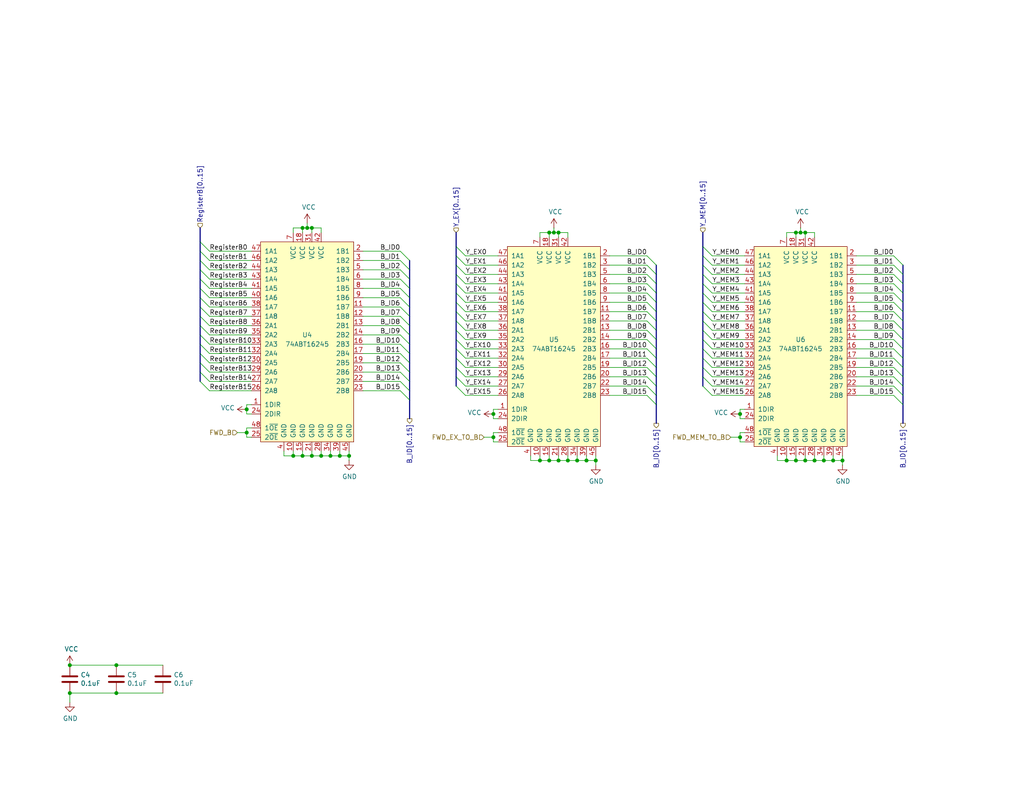
<source format=kicad_sch>
(kicad_sch (version 20250114) (generator "eeschema") (generator_version "9.0")
  (paper "USLetter")
  (title_block (date "2025-07-16") (rev "A"))
  (lib_symbols
    (symbol "Device:C" (pin_numbers (hide yes)) (pin_names (offset 0.254))
      (property "Reference" "C" (at 0.635 2.54 0))
      (property "Value" "C" (at 0.635 -2.54 0))
      (symbol "C_0_1"
        (polyline (pts (xy -2.032 0.762) (xy 2.032 0.762)) (stroke (width 0.508)))
        (polyline (pts (xy -2.032 -0.762) (xy 2.032 -0.762)) (stroke (width 0.508)))
      )
      (symbol "C_1_1"
        (pin passive line (at 0 3.81 270) (length 2.794) (name "~") (number "1"))
        (pin passive line (at 0 -3.81 90) (length 2.794) (name "~") (number "2"))
      )
    )
    (symbol "Turtle16:74ABT16245" (pin_names (offset 1.016))
      (property "Reference" "U" (at 0 1.27 0))
      (property "Value" "74ABT16245" (at 0 -1.27 0))
      (symbol "74ABT16245_0_1"
        (rectangle (start -12.7 26.67) (end 12.7 -27.94) (fill (type background)))
      )
      (symbol "74ABT16245_1_1"
        (pin tri_state line (at -15.24 24.13 0) (length 2.54) (name "1A1") (number "47"))
        (pin tri_state line (at -15.24 21.59 0) (length 2.54) (name "1A2") (number "46"))
        (pin tri_state line (at -15.24 19.05 0) (length 2.54) (name "1A3") (number "44"))
        (pin tri_state line (at -15.24 16.51 0) (length 2.54) (name "1A4") (number "43"))
        (pin tri_state line (at -15.24 13.97 0) (length 2.54) (name "1A5") (number "41"))
        (pin tri_state line (at -15.24 11.43 0) (length 2.54) (name "1A6") (number "40"))
        (pin tri_state line (at -15.24 8.89 0) (length 2.54) (name "1A7") (number "38"))
        (pin tri_state line (at -15.24 6.35 0) (length 2.54) (name "1A8") (number "37"))
        (pin tri_state line (at -15.24 3.81 0) (length 2.54) (name "2A1") (number "36"))
        (pin tri_state line (at -15.24 1.27 0) (length 2.54) (name "2A2") (number "35"))
        (pin tri_state line (at -15.24 -1.27 0) (length 2.54) (name "2A3") (number "33"))
        (pin tri_state line (at -15.24 -3.81 0) (length 2.54) (name "2A4") (number "32"))
        (pin tri_state line (at -15.24 -6.35 0) (length 2.54) (name "2A5") (number "30"))
        (pin tri_state line (at -15.24 -8.89 0) (length 2.54) (name "2A6") (number "29"))
        (pin tri_state line (at -15.24 -11.43 0) (length 2.54) (name "2A7") (number "27"))
        (pin tri_state line (at -15.24 -13.97 0) (length 2.54) (name "2A8") (number "26"))
        (pin input line (at -15.24 -17.78 0) (length 2.54) (name "1DIR") (number "1"))
        (pin input line (at -15.24 -20.32 0) (length 2.54) (name "2DIR") (number "24"))
        (pin input line (at -15.24 -24.13 0) (length 2.54) (name "1~{OE}") (number "48"))
        (pin input line (at -15.24 -26.67 0) (length 2.54) (name "2~{OE}") (number "25"))
        (pin power_in line (at -6.35 -30.48 90) (length 2.54) (name "GND") (number "4"))
        (pin power_in line (at -3.81 29.21 270) (length 2.54) (name "VCC") (number "7"))
        (pin power_in line (at -3.81 -30.48 90) (length 2.54) (name "GND") (number "10"))
        (pin power_in line (at -1.27 29.21 270) (length 2.54) (name "VCC") (number "18"))
        (pin power_in line (at -1.27 -30.48 90) (length 2.54) (name "GND") (number "15"))
        (pin power_in line (at 1.27 29.21 270) (length 2.54) (name "VCC") (number "31"))
        (pin power_in line (at 1.27 -30.48 90) (length 2.54) (name "GND") (number "21"))
        (pin power_in line (at 3.81 29.21 270) (length 2.54) (name "VCC") (number "42"))
        (pin power_in line (at 3.81 -30.48 90) (length 2.54) (name "GND") (number "28"))
        (pin power_in line (at 6.35 -30.48 90) (length 2.54) (name "GND") (number "34"))
        (pin power_in line (at 8.89 -30.48 90) (length 2.54) (name "GND") (number "39"))
        (pin power_in line (at 11.43 -30.48 90) (length 2.54) (name "GND") (number "45"))
        (pin tri_state line (at 15.24 24.13 180) (length 2.54) (name "1B1") (number "2"))
        (pin tri_state line (at 15.24 21.59 180) (length 2.54) (name "1B2") (number "3"))
        (pin tri_state line (at 15.24 19.05 180) (length 2.54) (name "1B3") (number "5"))
        (pin tri_state line (at 15.24 16.51 180) (length 2.54) (name "1B4") (number "6"))
        (pin tri_state line (at 15.24 13.97 180) (length 2.54) (name "1B5") (number "8"))
        (pin tri_state line (at 15.24 11.43 180) (length 2.54) (name "1B6") (number "9"))
        (pin tri_state line (at 15.24 8.89 180) (length 2.54) (name "1B7") (number "11"))
        (pin tri_state line (at 15.24 6.35 180) (length 2.54) (name "1B8") (number "12"))
        (pin tri_state line (at 15.24 3.81 180) (length 2.54) (name "2B1") (number "13"))
        (pin tri_state line (at 15.24 1.27 180) (length 2.54) (name "2B2") (number "14"))
        (pin tri_state line (at 15.24 -1.27 180) (length 2.54) (name "2B3") (number "16"))
        (pin tri_state line (at 15.24 -3.81 180) (length 2.54) (name "2B4") (number "17"))
        (pin tri_state line (at 15.24 -6.35 180) (length 2.54) (name "2B5") (number "19"))
        (pin tri_state line (at 15.24 -8.89 180) (length 2.54) (name "2B6") (number "20"))
        (pin tri_state line (at 15.24 -11.43 180) (length 2.54) (name "2B7") (number "22"))
        (pin tri_state line (at 15.24 -13.97 180) (length 2.54) (name "2B8") (number "23"))
      )
    )
    (symbol "power:GND" (power) (pin_numbers (hide yes)) (pin_names (offset 0) (hide yes))
      (property "Value" "GND" (at 0 -3.81 0))
      (symbol "GND_0_1"
        (polyline (pts (xy 0 0) (xy 0 -1.27) (xy 1.27 -1.27) (xy 0 -2.54) (xy -1.27 -1.27) (xy 0 -1.27)))
      )
      (symbol "GND_1_1"
        (pin power_in line (at 0 0 270) (length 0) (name "~") (number "1"))
      )
    )
    (symbol "power:VCC" (power) (pin_numbers (hide yes)) (pin_names (offset 0) (hide yes))
      (property "Value" "VCC" (at 0 3.556 0))
      (symbol "VCC_0_1"
        (polyline (pts (xy -0.762 1.27) (xy 0 2.54)))
        (polyline (pts (xy 0 2.54) (xy 0.762 1.27)))
        (polyline (pts (xy 0 0) (xy 0 2.54)))
      )
      (symbol "VCC_1_1"
        (pin power_in line (at 0 0 90) (length 0) (name "~") (number "1"))
      )
    )
  )
  (junction (at 67.31 118.11))
  (junction (at 222.25 125.73))
  (junction (at 31.75 189.23))
  (junction (at 229.87 125.73))
  (junction (at 147.32 125.73))
  (junction (at 85.09 124.46))
  (junction (at 157.48 125.73))
  (junction (at 80.01 124.46))
  (junction (at 95.25 124.46))
  (junction (at 152.4 125.73))
  (junction (at 154.94 125.73))
  (junction (at 217.17 63.5))
  (junction (at 149.86 63.5))
  (junction (at 214.63 125.73))
  (junction (at 151.13 63.5))
  (junction (at 219.71 125.73))
  (junction (at 224.79 125.73))
  (junction (at 90.17 124.46))
  (junction (at 201.93 113.03))
  (junction (at 92.71 124.46))
  (junction (at 149.86 125.73))
  (junction (at 217.17 125.73))
  (junction (at 67.31 111.76))
  (junction (at 162.56 125.73))
  (junction (at 82.55 124.46))
  (junction (at 82.55 62.23))
  (junction (at 201.93 119.38))
  (junction (at 134.62 113.03))
  (junction (at 218.44 63.5))
  (junction (at 134.62 119.38))
  (junction (at 219.71 63.5))
  (junction (at 85.09 62.23))
  (junction (at 87.63 124.46))
  (junction (at 31.75 181.61))
  (junction (at 19.05 181.61))
  (junction (at 227.33 125.73))
  (junction (at 152.4 63.5))
  (junction (at 83.82 62.23))
  (junction (at 19.05 189.23))
  (junction (at 160.02 125.73))
  (bus_entry (at 176.53 69.85) (size 2.54 2.54))
  (bus_entry (at 54.61 93.98) (size 2.54 2.54))
  (bus_entry (at 127 82.55) (size -2.54 -2.54))
  (bus_entry (at 54.61 68.58) (size 2.54 2.54))
  (bus_entry (at 109.22 106.68) (size 2.54 2.54))
  (bus_entry (at 54.61 99.06) (size 2.54 2.54))
  (bus_entry (at 243.84 74.93) (size 2.54 2.54))
  (bus_entry (at 194.31 77.47) (size -2.54 -2.54))
  (bus_entry (at 127 102.87) (size -2.54 -2.54))
  (bus_entry (at 176.53 90.17) (size 2.54 2.54))
  (bus_entry (at 243.84 87.63) (size 2.54 2.54))
  (bus_entry (at 243.84 69.85) (size 2.54 2.54))
  (bus_entry (at 194.31 74.93) (size -2.54 -2.54))
  (bus_entry (at 176.53 105.41) (size 2.54 2.54))
  (bus_entry (at 54.61 96.52) (size 2.54 2.54))
  (bus_entry (at 243.84 77.47) (size 2.54 2.54))
  (bus_entry (at 109.22 83.82) (size 2.54 2.54))
  (bus_entry (at 194.31 90.17) (size -2.54 -2.54))
  (bus_entry (at 127 85.09) (size -2.54 -2.54))
  (bus_entry (at 243.84 82.55) (size 2.54 2.54))
  (bus_entry (at 109.22 86.36) (size 2.54 2.54))
  (bus_entry (at 127 80.01) (size -2.54 -2.54))
  (bus_entry (at 194.31 85.09) (size -2.54 -2.54))
  (bus_entry (at 176.53 87.63) (size 2.54 2.54))
  (bus_entry (at 127 95.25) (size -2.54 -2.54))
  (bus_entry (at 109.22 71.12) (size 2.54 2.54))
  (bus_entry (at 54.61 71.12) (size 2.54 2.54))
  (bus_entry (at 243.84 95.25) (size 2.54 2.54))
  (bus_entry (at 194.31 87.63) (size -2.54 -2.54))
  (bus_entry (at 127 97.79) (size -2.54 -2.54))
  (bus_entry (at 194.31 95.25) (size -2.54 -2.54))
  (bus_entry (at 194.31 82.55) (size -2.54 -2.54))
  (bus_entry (at 127 92.71) (size -2.54 -2.54))
  (bus_entry (at 176.53 97.79) (size 2.54 2.54))
  (bus_entry (at 109.22 68.58) (size 2.54 2.54))
  (bus_entry (at 176.53 85.09) (size 2.54 2.54))
  (bus_entry (at 243.84 102.87) (size 2.54 2.54))
  (bus_entry (at 127 72.39) (size -2.54 -2.54))
  (bus_entry (at 243.84 97.79) (size 2.54 2.54))
  (bus_entry (at 127 69.85) (size -2.54 -2.54))
  (bus_entry (at 109.22 76.2) (size 2.54 2.54))
  (bus_entry (at 54.61 104.14) (size 2.54 2.54))
  (bus_entry (at 194.31 80.01) (size -2.54 -2.54))
  (bus_entry (at 109.22 78.74) (size 2.54 2.54))
  (bus_entry (at 243.84 107.95) (size 2.54 2.54))
  (bus_entry (at 243.84 72.39) (size 2.54 2.54))
  (bus_entry (at 194.31 107.95) (size -2.54 -2.54))
  (bus_entry (at 176.53 77.47) (size 2.54 2.54))
  (bus_entry (at 243.84 85.09) (size 2.54 2.54))
  (bus_entry (at 176.53 92.71) (size 2.54 2.54))
  (bus_entry (at 194.31 69.85) (size -2.54 -2.54))
  (bus_entry (at 194.31 100.33) (size -2.54 -2.54))
  (bus_entry (at 194.31 102.87) (size -2.54 -2.54))
  (bus_entry (at 127 77.47) (size -2.54 -2.54))
  (bus_entry (at 194.31 105.41) (size -2.54 -2.54))
  (bus_entry (at 109.22 93.98) (size 2.54 2.54))
  (bus_entry (at 109.22 101.6) (size 2.54 2.54))
  (bus_entry (at 109.22 73.66) (size 2.54 2.54))
  (bus_entry (at 243.84 92.71) (size 2.54 2.54))
  (bus_entry (at 176.53 95.25) (size 2.54 2.54))
  (bus_entry (at 194.31 97.79) (size -2.54 -2.54))
  (bus_entry (at 127 90.17) (size -2.54 -2.54))
  (bus_entry (at 109.22 81.28) (size 2.54 2.54))
  (bus_entry (at 54.61 78.74) (size 2.54 2.54))
  (bus_entry (at 54.61 91.44) (size 2.54 2.54))
  (bus_entry (at 176.53 107.95) (size 2.54 2.54))
  (bus_entry (at 176.53 80.01) (size 2.54 2.54))
  (bus_entry (at 176.53 82.55) (size 2.54 2.54))
  (bus_entry (at 194.31 92.71) (size -2.54 -2.54))
  (bus_entry (at 127 74.93) (size -2.54 -2.54))
  (bus_entry (at 109.22 96.52) (size 2.54 2.54))
  (bus_entry (at 243.84 90.17) (size 2.54 2.54))
  (bus_entry (at 54.61 83.82) (size 2.54 2.54))
  (bus_entry (at 127 100.33) (size -2.54 -2.54))
  (bus_entry (at 54.61 86.36) (size 2.54 2.54))
  (bus_entry (at 109.22 91.44) (size 2.54 2.54))
  (bus_entry (at 243.84 80.01) (size 2.54 2.54))
  (bus_entry (at 54.61 73.66) (size 2.54 2.54))
  (bus_entry (at 243.84 100.33) (size 2.54 2.54))
  (bus_entry (at 127 87.63) (size -2.54 -2.54))
  (bus_entry (at 176.53 74.93) (size 2.54 2.54))
  (bus_entry (at 109.22 99.06) (size 2.54 2.54))
  (bus_entry (at 109.22 104.14) (size 2.54 2.54))
  (bus_entry (at 127 105.41) (size -2.54 -2.54))
  (bus_entry (at 54.61 88.9) (size 2.54 2.54))
  (bus_entry (at 54.61 101.6) (size 2.54 2.54))
  (bus_entry (at 194.31 72.39) (size -2.54 -2.54))
  (bus_entry (at 176.53 100.33) (size 2.54 2.54))
  (bus_entry (at 109.22 88.9) (size 2.54 2.54))
  (bus_entry (at 127 107.95) (size -2.54 -2.54))
  (bus_entry (at 54.61 66.04) (size 2.54 2.54))
  (bus_entry (at 176.53 72.39) (size 2.54 2.54))
  (bus_entry (at 243.84 105.41) (size 2.54 2.54))
  (bus_entry (at 54.61 76.2) (size 2.54 2.54))
  (bus_entry (at 176.53 102.87) (size 2.54 2.54))
  (bus_entry (at 54.61 81.28) (size 2.54 2.54))
  (wire (pts (xy 134.62 111.76) (xy 134.62 113.03)))
  (wire (pts (xy 57.15 88.9) (xy 68.58 88.9)))
  (bus (pts (xy 179.07 74.93) (xy 179.07 77.47)))
  (bus (pts (xy 54.61 86.36) (xy 54.61 88.9)))
  (wire (pts (xy 44.45 189.23) (xy 31.75 189.23)))
  (wire (pts (xy 31.75 189.23) (xy 19.05 189.23)))
  (wire (pts (xy 201.93 119.38) (xy 199.39 119.38)))
  (wire (pts (xy 127 87.63) (xy 135.89 87.63)))
  (bus (pts (xy 111.76 93.98) (xy 111.76 96.52)))
  (wire (pts (xy 127 77.47) (xy 135.89 77.47)))
  (wire (pts (xy 217.17 124.46) (xy 217.17 125.73)))
  (wire (pts (xy 176.53 72.39) (xy 166.37 72.39)))
  (wire (pts (xy 135.89 118.11) (xy 134.62 118.11)))
  (wire (pts (xy 151.13 63.5) (xy 152.4 63.5)))
  (wire (pts (xy 149.86 124.46) (xy 149.86 125.73)))
  (wire (pts (xy 194.31 92.71) (xy 203.2 92.71)))
  (wire (pts (xy 162.56 127) (xy 162.56 125.73)))
  (wire (pts (xy 243.84 74.93) (xy 233.68 74.93)))
  (bus (pts (xy 124.46 87.63) (xy 124.46 90.17)))
  (bus (pts (xy 179.07 72.39) (xy 179.07 74.93)))
  (wire (pts (xy 229.87 127) (xy 229.87 125.73)))
  (bus (pts (xy 179.07 80.01) (xy 179.07 82.55)))
  (wire (pts (xy 214.63 124.46) (xy 214.63 125.73)))
  (bus (pts (xy 179.07 87.63) (xy 179.07 90.17)))
  (bus (pts (xy 124.46 92.71) (xy 124.46 95.25)))
  (bus (pts (xy 124.46 67.31) (xy 124.46 69.85)))
  (wire (pts (xy 109.22 101.6) (xy 99.06 101.6)))
  (wire (pts (xy 243.84 85.09) (xy 233.68 85.09)))
  (bus (pts (xy 179.07 97.79) (xy 179.07 100.33)))
  (wire (pts (xy 194.31 82.55) (xy 203.2 82.55)))
  (wire (pts (xy 68.58 110.49) (xy 67.31 110.49)))
  (bus (pts (xy 111.76 86.36) (xy 111.76 88.9)))
  (wire (pts (xy 95.25 124.46) (xy 95.25 123.19)))
  (wire (pts (xy 201.93 120.65) (xy 203.2 120.65)))
  (wire (pts (xy 243.84 72.39) (xy 233.68 72.39)))
  (wire (pts (xy 157.48 125.73) (xy 154.94 125.73)))
  (bus (pts (xy 246.38 105.41) (xy 246.38 107.95)))
  (wire (pts (xy 176.53 85.09) (xy 166.37 85.09)))
  (bus (pts (xy 179.07 100.33) (xy 179.07 102.87)))
  (bus (pts (xy 191.77 80.01) (xy 191.77 82.55)))
  (wire (pts (xy 90.17 124.46) (xy 87.63 124.46)))
  (wire (pts (xy 243.84 100.33) (xy 233.68 100.33)))
  (wire (pts (xy 80.01 124.46) (xy 82.55 124.46)))
  (wire (pts (xy 243.84 69.85) (xy 233.68 69.85)))
  (wire (pts (xy 218.44 62.23) (xy 218.44 63.5)))
  (wire (pts (xy 176.53 97.79) (xy 166.37 97.79)))
  (wire (pts (xy 82.55 63.5) (xy 82.55 62.23)))
  (bus (pts (xy 124.46 69.85) (xy 124.46 72.39)))
  (wire (pts (xy 109.22 73.66) (xy 99.06 73.66)))
  (wire (pts (xy 57.15 99.06) (xy 68.58 99.06)))
  (wire (pts (xy 154.94 63.5) (xy 154.94 64.77)))
  (wire (pts (xy 243.84 77.47) (xy 233.68 77.47)))
  (wire (pts (xy 57.15 68.58) (xy 68.58 68.58)))
  (wire (pts (xy 152.4 125.73) (xy 152.4 124.46)))
  (wire (pts (xy 82.55 124.46) (xy 85.09 124.46)))
  (wire (pts (xy 85.09 124.46) (xy 85.09 123.19)))
  (wire (pts (xy 160.02 125.73) (xy 162.56 125.73)))
  (wire (pts (xy 218.44 63.5) (xy 219.71 63.5)))
  (bus (pts (xy 191.77 69.85) (xy 191.77 72.39)))
  (wire (pts (xy 77.47 123.19) (xy 77.47 124.46)))
  (wire (pts (xy 176.53 87.63) (xy 166.37 87.63)))
  (wire (pts (xy 85.09 62.23) (xy 87.63 62.23)))
  (wire (pts (xy 127 90.17) (xy 135.89 90.17)))
  (wire (pts (xy 19.05 191.77) (xy 19.05 189.23)))
  (wire (pts (xy 154.94 125.73) (xy 154.94 124.46)))
  (wire (pts (xy 57.15 93.98) (xy 68.58 93.98)))
  (wire (pts (xy 217.17 125.73) (xy 219.71 125.73)))
  (bus (pts (xy 111.76 88.9) (xy 111.76 91.44)))
  (wire (pts (xy 83.82 62.23) (xy 85.09 62.23)))
  (wire (pts (xy 57.15 71.12) (xy 68.58 71.12)))
  (wire (pts (xy 127 72.39) (xy 135.89 72.39)))
  (wire (pts (xy 109.22 83.82) (xy 99.06 83.82)))
  (wire (pts (xy 194.31 74.93) (xy 203.2 74.93)))
  (bus (pts (xy 246.38 97.79) (xy 246.38 100.33)))
  (bus (pts (xy 111.76 83.82) (xy 111.76 86.36)))
  (wire (pts (xy 222.25 125.73) (xy 222.25 124.46)))
  (wire (pts (xy 201.93 119.38) (xy 201.93 120.65)))
  (wire (pts (xy 67.31 113.03) (xy 68.58 113.03)))
  (wire (pts (xy 67.31 118.11) (xy 67.31 119.38)))
  (wire (pts (xy 201.93 113.03) (xy 201.93 114.3)))
  (wire (pts (xy 134.62 120.65) (xy 135.89 120.65)))
  (wire (pts (xy 243.84 97.79) (xy 233.68 97.79)))
  (wire (pts (xy 201.93 111.76) (xy 201.93 113.03)))
  (bus (pts (xy 111.76 96.52) (xy 111.76 99.06)))
  (wire (pts (xy 83.82 60.96) (xy 83.82 62.23)))
  (wire (pts (xy 194.31 90.17) (xy 203.2 90.17)))
  (wire (pts (xy 134.62 114.3) (xy 135.89 114.3)))
  (wire (pts (xy 57.15 96.52) (xy 68.58 96.52)))
  (bus (pts (xy 246.38 110.49) (xy 246.38 115.57)))
  (wire (pts (xy 154.94 125.73) (xy 152.4 125.73)))
  (bus (pts (xy 54.61 88.9) (xy 54.61 91.44)))
  (wire (pts (xy 194.31 107.95) (xy 203.2 107.95)))
  (bus (pts (xy 246.38 92.71) (xy 246.38 95.25)))
  (wire (pts (xy 194.31 87.63) (xy 203.2 87.63)))
  (wire (pts (xy 127 74.93) (xy 135.89 74.93)))
  (wire (pts (xy 243.84 105.41) (xy 233.68 105.41)))
  (bus (pts (xy 124.46 63.5) (xy 124.46 67.31)))
  (wire (pts (xy 127 82.55) (xy 135.89 82.55)))
  (bus (pts (xy 124.46 80.01) (xy 124.46 82.55)))
  (wire (pts (xy 57.15 106.68) (xy 68.58 106.68)))
  (bus (pts (xy 54.61 81.28) (xy 54.61 83.82)))
  (wire (pts (xy 194.31 69.85) (xy 203.2 69.85)))
  (wire (pts (xy 127 80.01) (xy 135.89 80.01)))
  (wire (pts (xy 134.62 113.03) (xy 134.62 114.3)))
  (bus (pts (xy 111.76 109.22) (xy 111.76 114.3)))
  (bus (pts (xy 246.38 72.39) (xy 246.38 74.93)))
  (wire (pts (xy 67.31 111.76) (xy 67.31 113.03)))
  (wire (pts (xy 176.53 80.01) (xy 166.37 80.01)))
  (bus (pts (xy 246.38 95.25) (xy 246.38 97.79)))
  (bus (pts (xy 246.38 85.09) (xy 246.38 87.63)))
  (bus (pts (xy 179.07 95.25) (xy 179.07 97.79)))
  (wire (pts (xy 149.86 125.73) (xy 152.4 125.73)))
  (bus (pts (xy 54.61 62.23) (xy 54.61 66.04)))
  (wire (pts (xy 57.15 91.44) (xy 68.58 91.44)))
  (wire (pts (xy 57.15 101.6) (xy 68.58 101.6)))
  (bus (pts (xy 111.76 73.66) (xy 111.76 76.2)))
  (wire (pts (xy 194.31 100.33) (xy 203.2 100.33)))
  (wire (pts (xy 109.22 99.06) (xy 99.06 99.06)))
  (wire (pts (xy 109.22 81.28) (xy 99.06 81.28)))
  (bus (pts (xy 124.46 77.47) (xy 124.46 80.01)))
  (wire (pts (xy 147.32 63.5) (xy 149.86 63.5)))
  (wire (pts (xy 243.84 90.17) (xy 233.68 90.17)))
  (bus (pts (xy 111.76 91.44) (xy 111.76 93.98)))
  (wire (pts (xy 57.15 86.36) (xy 68.58 86.36)))
  (wire (pts (xy 176.53 90.17) (xy 166.37 90.17)))
  (bus (pts (xy 246.38 77.47) (xy 246.38 80.01)))
  (bus (pts (xy 191.77 67.31) (xy 191.77 69.85)))
  (bus (pts (xy 179.07 105.41) (xy 179.07 107.95)))
  (wire (pts (xy 109.22 76.2) (xy 99.06 76.2)))
  (bus (pts (xy 191.77 72.39) (xy 191.77 74.93)))
  (bus (pts (xy 54.61 96.52) (xy 54.61 99.06)))
  (bus (pts (xy 191.77 77.47) (xy 191.77 80.01)))
  (wire (pts (xy 109.22 86.36) (xy 99.06 86.36)))
  (wire (pts (xy 162.56 125.73) (xy 162.56 124.46)))
  (wire (pts (xy 176.53 82.55) (xy 166.37 82.55)))
  (wire (pts (xy 203.2 118.11) (xy 201.93 118.11)))
  (wire (pts (xy 243.84 82.55) (xy 233.68 82.55)))
  (bus (pts (xy 54.61 83.82) (xy 54.61 86.36)))
  (wire (pts (xy 201.93 114.3) (xy 203.2 114.3)))
  (wire (pts (xy 127 97.79) (xy 135.89 97.79)))
  (bus (pts (xy 246.38 90.17) (xy 246.38 92.71)))
  (wire (pts (xy 222.25 63.5) (xy 222.25 64.77)))
  (wire (pts (xy 147.32 125.73) (xy 149.86 125.73)))
  (wire (pts (xy 127 100.33) (xy 135.89 100.33)))
  (wire (pts (xy 109.22 93.98) (xy 99.06 93.98)))
  (wire (pts (xy 224.79 125.73) (xy 224.79 124.46)))
  (wire (pts (xy 157.48 125.73) (xy 160.02 125.73)))
  (bus (pts (xy 124.46 82.55) (xy 124.46 85.09)))
  (wire (pts (xy 147.32 64.77) (xy 147.32 63.5)))
  (wire (pts (xy 176.53 100.33) (xy 166.37 100.33)))
  (wire (pts (xy 135.89 111.76) (xy 134.62 111.76)))
  (wire (pts (xy 82.55 62.23) (xy 83.82 62.23)))
  (wire (pts (xy 77.47 124.46) (xy 80.01 124.46)))
  (wire (pts (xy 67.31 116.84) (xy 67.31 118.11)))
  (wire (pts (xy 176.53 92.71) (xy 166.37 92.71)))
  (wire (pts (xy 147.32 124.46) (xy 147.32 125.73)))
  (wire (pts (xy 127 92.71) (xy 135.89 92.71)))
  (wire (pts (xy 194.31 72.39) (xy 203.2 72.39)))
  (bus (pts (xy 124.46 102.87) (xy 124.46 105.41)))
  (wire (pts (xy 144.78 124.46) (xy 144.78 125.73)))
  (bus (pts (xy 246.38 80.01) (xy 246.38 82.55)))
  (wire (pts (xy 87.63 124.46) (xy 87.63 123.19)))
  (wire (pts (xy 92.71 124.46) (xy 92.71 123.19)))
  (wire (pts (xy 67.31 118.11) (xy 64.77 118.11)))
  (bus (pts (xy 111.76 106.68) (xy 111.76 109.22)))
  (wire (pts (xy 194.31 85.09) (xy 203.2 85.09)))
  (bus (pts (xy 111.76 71.12) (xy 111.76 73.66)))
  (bus (pts (xy 124.46 90.17) (xy 124.46 92.71)))
  (wire (pts (xy 57.15 104.14) (xy 68.58 104.14)))
  (wire (pts (xy 194.31 105.41) (xy 203.2 105.41)))
  (bus (pts (xy 246.38 74.93) (xy 246.38 77.47)))
  (bus (pts (xy 246.38 82.55) (xy 246.38 85.09)))
  (bus (pts (xy 124.46 74.93) (xy 124.46 77.47)))
  (bus (pts (xy 179.07 82.55) (xy 179.07 85.09)))
  (bus (pts (xy 111.76 99.06) (xy 111.76 101.6)))
  (wire (pts (xy 212.09 125.73) (xy 214.63 125.73)))
  (wire (pts (xy 176.53 69.85) (xy 166.37 69.85)))
  (wire (pts (xy 95.25 125.73) (xy 95.25 124.46)))
  (wire (pts (xy 227.33 125.73) (xy 227.33 124.46)))
  (wire (pts (xy 127 107.95) (xy 135.89 107.95)))
  (wire (pts (xy 144.78 125.73) (xy 147.32 125.73)))
  (bus (pts (xy 54.61 99.06) (xy 54.61 101.6)))
  (wire (pts (xy 57.15 78.74) (xy 68.58 78.74)))
  (wire (pts (xy 214.63 125.73) (xy 217.17 125.73)))
  (bus (pts (xy 111.76 76.2) (xy 111.76 78.74)))
  (wire (pts (xy 134.62 119.38) (xy 132.08 119.38)))
  (wire (pts (xy 134.62 118.11) (xy 134.62 119.38)))
  (bus (pts (xy 111.76 81.28) (xy 111.76 83.82)))
  (bus (pts (xy 191.77 102.87) (xy 191.77 105.41)))
  (bus (pts (xy 191.77 85.09) (xy 191.77 87.63)))
  (wire (pts (xy 176.53 95.25) (xy 166.37 95.25)))
  (wire (pts (xy 109.22 68.58) (xy 99.06 68.58)))
  (wire (pts (xy 152.4 64.77) (xy 152.4 63.5)))
  (bus (pts (xy 191.77 92.71) (xy 191.77 95.25)))
  (wire (pts (xy 194.31 102.87) (xy 203.2 102.87)))
  (bus (pts (xy 54.61 71.12) (xy 54.61 73.66)))
  (bus (pts (xy 54.61 66.04) (xy 54.61 68.58)))
  (wire (pts (xy 243.84 87.63) (xy 233.68 87.63)))
  (wire (pts (xy 176.53 107.95) (xy 166.37 107.95)))
  (wire (pts (xy 134.62 119.38) (xy 134.62 120.65)))
  (bus (pts (xy 54.61 91.44) (xy 54.61 93.98)))
  (bus (pts (xy 111.76 104.14) (xy 111.76 106.68)))
  (bus (pts (xy 191.77 100.33) (xy 191.77 102.87)))
  (bus (pts (xy 191.77 95.25) (xy 191.77 97.79)))
  (bus (pts (xy 54.61 93.98) (xy 54.61 96.52)))
  (bus (pts (xy 191.77 63.5) (xy 191.77 67.31)))
  (bus (pts (xy 179.07 102.87) (xy 179.07 105.41)))
  (bus (pts (xy 124.46 95.25) (xy 124.46 97.79)))
  (wire (pts (xy 67.31 110.49) (xy 67.31 111.76)))
  (wire (pts (xy 152.4 63.5) (xy 154.94 63.5)))
  (bus (pts (xy 179.07 92.71) (xy 179.07 95.25)))
  (wire (pts (xy 243.84 107.95) (xy 233.68 107.95)))
  (wire (pts (xy 243.84 95.25) (xy 233.68 95.25)))
  (bus (pts (xy 124.46 85.09) (xy 124.46 87.63)))
  (wire (pts (xy 194.31 77.47) (xy 203.2 77.47)))
  (bus (pts (xy 54.61 101.6) (xy 54.61 104.14)))
  (bus (pts (xy 246.38 107.95) (xy 246.38 110.49)))
  (bus (pts (xy 111.76 101.6) (xy 111.76 104.14)))
  (wire (pts (xy 67.31 119.38) (xy 68.58 119.38)))
  (wire (pts (xy 127 102.87) (xy 135.89 102.87)))
  (bus (pts (xy 246.38 100.33) (xy 246.38 102.87)))
  (wire (pts (xy 214.63 64.77) (xy 214.63 63.5)))
  (wire (pts (xy 87.63 124.46) (xy 85.09 124.46)))
  (wire (pts (xy 219.71 63.5) (xy 222.25 63.5)))
  (wire (pts (xy 227.33 125.73) (xy 229.87 125.73)))
  (wire (pts (xy 176.53 102.87) (xy 166.37 102.87)))
  (wire (pts (xy 57.15 76.2) (xy 68.58 76.2)))
  (wire (pts (xy 19.05 181.61) (xy 31.75 181.61)))
  (wire (pts (xy 151.13 62.23) (xy 151.13 63.5)))
  (wire (pts (xy 109.22 88.9) (xy 99.06 88.9)))
  (wire (pts (xy 194.31 97.79) (xy 203.2 97.79)))
  (wire (pts (xy 176.53 77.47) (xy 166.37 77.47)))
  (wire (pts (xy 194.31 80.01) (xy 203.2 80.01)))
  (wire (pts (xy 57.15 81.28) (xy 68.58 81.28)))
  (bus (pts (xy 124.46 72.39) (xy 124.46 74.93)))
  (wire (pts (xy 149.86 63.5) (xy 151.13 63.5)))
  (wire (pts (xy 92.71 124.46) (xy 95.25 124.46)))
  (wire (pts (xy 224.79 125.73) (xy 227.33 125.73)))
  (bus (pts (xy 191.77 74.93) (xy 191.77 77.47)))
  (bus (pts (xy 191.77 90.17) (xy 191.77 92.71)))
  (wire (pts (xy 80.01 62.23) (xy 82.55 62.23)))
  (wire (pts (xy 109.22 91.44) (xy 99.06 91.44)))
  (wire (pts (xy 82.55 123.19) (xy 82.55 124.46)))
  (wire (pts (xy 149.86 64.77) (xy 149.86 63.5)))
  (wire (pts (xy 219.71 125.73) (xy 219.71 124.46)))
  (wire (pts (xy 85.09 63.5) (xy 85.09 62.23)))
  (wire (pts (xy 127 69.85) (xy 135.89 69.85)))
  (wire (pts (xy 217.17 64.77) (xy 217.17 63.5)))
  (wire (pts (xy 109.22 71.12) (xy 99.06 71.12)))
  (wire (pts (xy 224.79 125.73) (xy 222.25 125.73)))
  (wire (pts (xy 243.84 92.71) (xy 233.68 92.71)))
  (bus (pts (xy 246.38 87.63) (xy 246.38 90.17)))
  (wire (pts (xy 222.25 125.73) (xy 219.71 125.73)))
  (wire (pts (xy 127 85.09) (xy 135.89 85.09)))
  (bus (pts (xy 124.46 100.33) (xy 124.46 102.87)))
  (bus (pts (xy 246.38 102.87) (xy 246.38 105.41)))
  (wire (pts (xy 176.53 74.93) (xy 166.37 74.93)))
  (wire (pts (xy 160.02 125.73) (xy 160.02 124.46)))
  (wire (pts (xy 203.2 111.76) (xy 201.93 111.76)))
  (bus (pts (xy 124.46 97.79) (xy 124.46 100.33)))
  (bus (pts (xy 179.07 90.17) (xy 179.07 92.71)))
  (wire (pts (xy 219.71 64.77) (xy 219.71 63.5)))
  (wire (pts (xy 201.93 118.11) (xy 201.93 119.38)))
  (wire (pts (xy 109.22 104.14) (xy 99.06 104.14)))
  (wire (pts (xy 127 105.41) (xy 135.89 105.41)))
  (wire (pts (xy 68.58 116.84) (xy 67.31 116.84)))
  (bus (pts (xy 111.76 78.74) (xy 111.76 81.28)))
  (wire (pts (xy 31.75 181.61) (xy 44.45 181.61)))
  (bus (pts (xy 54.61 78.74) (xy 54.61 81.28)))
  (wire (pts (xy 90.17 124.46) (xy 90.17 123.19)))
  (bus (pts (xy 54.61 76.2) (xy 54.61 78.74)))
  (bus (pts (xy 54.61 68.58) (xy 54.61 71.12)))
  (wire (pts (xy 109.22 78.74) (xy 99.06 78.74)))
  (wire (pts (xy 80.01 123.19) (xy 80.01 124.46)))
  (bus (pts (xy 179.07 110.49) (xy 179.07 115.57)))
  (wire (pts (xy 157.48 125.73) (xy 157.48 124.46)))
  (bus (pts (xy 191.77 87.63) (xy 191.77 90.17)))
  (bus (pts (xy 179.07 77.47) (xy 179.07 80.01)))
  (wire (pts (xy 90.17 124.46) (xy 92.71 124.46)))
  (wire (pts (xy 80.01 63.5) (xy 80.01 62.23)))
  (bus (pts (xy 54.61 73.66) (xy 54.61 76.2)))
  (wire (pts (xy 57.15 83.82) (xy 68.58 83.82)))
  (wire (pts (xy 57.15 73.66) (xy 68.58 73.66)))
  (bus (pts (xy 191.77 82.55) (xy 191.77 85.09)))
  (wire (pts (xy 109.22 96.52) (xy 99.06 96.52)))
  (bus (pts (xy 191.77 97.79) (xy 191.77 100.33)))
  (wire (pts (xy 243.84 102.87) (xy 233.68 102.87)))
  (wire (pts (xy 212.09 124.46) (xy 212.09 125.73)))
  (wire (pts (xy 217.17 63.5) (xy 218.44 63.5)))
  (wire (pts (xy 194.31 95.25) (xy 203.2 95.25)))
  (wire (pts (xy 109.22 106.68) (xy 99.06 106.68)))
  (wire (pts (xy 127 95.25) (xy 135.89 95.25)))
  (bus (pts (xy 179.07 107.95) (xy 179.07 110.49)))
  (wire (pts (xy 176.53 105.41) (xy 166.37 105.41)))
  (bus (pts (xy 179.07 85.09) (xy 179.07 87.63)))
  (wire (pts (xy 87.63 62.23) (xy 87.63 63.5)))
  (wire (pts (xy 214.63 63.5) (xy 217.17 63.5)))
  (wire (pts (xy 243.84 80.01) (xy 233.68 80.01)))
  (wire (pts (xy 229.87 125.73) (xy 229.87 124.46)))
  (label "Y_MEM11" (at 194.31 97.79 0))
  (label "B_ID15" (at 243.84 107.95 180))
  (label "Y_EX1" (at 127 72.39 0))
  (label "Y_MEM15" (at 194.31 107.95 0))
  (label "B_ID2" (at 176.53 74.93 180))
  (label "Y_EX12" (at 127 100.33 0))
  (label "Y_MEM3" (at 194.31 77.47 0))
  (label "Y_MEM0" (at 194.31 69.85 0))
  (label "B_ID5" (at 243.84 82.55 180))
  (label "Y_MEM2" (at 194.31 74.93 0))
  (label "RegisterB11" (at 57.15 96.52 0))
  (label "Y_EX9" (at 127 92.71 0))
  (label "Y_MEM8" (at 194.31 90.17 0))
  (label "B_ID9" (at 109.22 91.44 180))
  (label "RegisterB1" (at 57.15 71.12 0))
  (label "RegisterB13" (at 57.15 101.6 0))
  (label "B_ID4" (at 176.53 80.01 180))
  (label "B_ID6" (at 176.53 85.09 180))
  (label "Y_MEM4" (at 194.31 80.01 0))
  (label "B_ID14" (at 176.53 105.41 180))
  (label "Y_EX15" (at 127 107.95 0))
  (label "RegisterB2" (at 57.15 73.66 0))
  (label "B_ID9" (at 243.84 92.71 180))
  (label "RegisterB15" (at 57.15 106.68 0))
  (label "B_ID14" (at 109.22 104.14 180))
  (label "RegisterB7" (at 57.15 86.36 0))
  (label "B_ID11" (at 109.22 96.52 180))
  (label "B_ID9" (at 176.53 92.71 180))
  (label "B_ID12" (at 109.22 99.06 180))
  (label "B_ID3" (at 109.22 76.2 180))
  (label "B_ID10" (at 176.53 95.25 180))
  (label "RegisterB10" (at 57.15 93.98 0))
  (label "Y_EX10" (at 127 95.25 0))
  (label "B_ID12" (at 176.53 100.33 180))
  (label "Y_EX14" (at 127 105.41 0))
  (label "B_ID8" (at 109.22 88.9 180))
  (label "Y_EX0" (at 127 69.85 0))
  (label "Y_MEM6" (at 194.31 85.09 0))
  (label "B_ID13" (at 243.84 102.87 180))
  (label "Y_MEM7" (at 194.31 87.63 0))
  (label "B_ID7" (at 176.53 87.63 180))
  (label "Y_EX8" (at 127 90.17 0))
  (label "Y_EX13" (at 127 102.87 0))
  (label "B_ID4" (at 243.84 80.01 180))
  (label "B_ID15" (at 109.22 106.68 180))
  (label "B_ID1" (at 109.22 71.12 180))
  (label "Y_MEM1" (at 194.31 72.39 0))
  (label "B_ID13" (at 109.22 101.6 180))
  (label "RegisterB5" (at 57.15 81.28 0))
  (label "B_ID5" (at 176.53 82.55 180))
  (label "B_ID6" (at 243.84 85.09 180))
  (label "RegisterB14" (at 57.15 104.14 0))
  (label "B_ID10" (at 243.84 95.25 180))
  (label "RegisterB3" (at 57.15 76.2 0))
  (label "B_ID8" (at 176.53 90.17 180))
  (label "Y_MEM10" (at 194.31 95.25 0))
  (label "B_ID15" (at 176.53 107.95 180))
  (label "Y_MEM5" (at 194.31 82.55 0))
  (label "Y_MEM12" (at 194.31 100.33 0))
  (label "B_ID4" (at 109.22 78.74 180))
  (label "B_ID10" (at 109.22 93.98 180))
  (label "Y_EX2" (at 127 74.93 0))
  (label "Y_EX7" (at 127 87.63 0))
  (label "B_ID11" (at 176.53 97.79 180))
  (label "B_ID14" (at 243.84 105.41 180))
  (label "B_ID0" (at 176.53 69.85 180))
  (label "B_ID12" (at 243.84 100.33 180))
  (label "RegisterB0" (at 57.15 68.58 0))
  (label "RegisterB4" (at 57.15 78.74 0))
  (label "RegisterB9" (at 57.15 91.44 0))
  (label "B_ID8" (at 243.84 90.17 180))
  (label "Y_EX4" (at 127 80.01 0))
  (label "Y_EX3" (at 127 77.47 0))
  (label "B_ID1" (at 176.53 72.39 180))
  (label "B_ID0" (at 243.84 69.85 180))
  (label "RegisterB12" (at 57.15 99.06 0))
  (label "B_ID2" (at 109.22 73.66 180))
  (label "Y_MEM13" (at 194.31 102.87 0))
  (label "Y_EX6" (at 127 85.09 0))
  (label "B_ID2" (at 243.84 74.93 180))
  (label "B_ID7" (at 243.84 87.63 180))
  (label "B_ID6" (at 109.22 83.82 180))
  (label "B_ID1" (at 243.84 72.39 180))
  (label "B_ID3" (at 243.84 77.47 180))
  (label "B_ID7" (at 109.22 86.36 180))
  (label "Y_EX5" (at 127 82.55 0))
  (label "B_ID5" (at 109.22 81.28 180))
  (label "Y_EX11" (at 127 97.79 0))
  (label "Y_MEM14" (at 194.31 105.41 0))
  (label "B_ID11" (at 243.84 97.79 180))
  (label "RegisterB6" (at 57.15 83.82 0))
  (label "RegisterB8" (at 57.15 88.9 0))
  (label "B_ID13" (at 176.53 102.87 180))
  (label "B_ID0" (at 109.22 68.58 180))
  (label "Y_MEM9" (at 194.31 92.71 0))
  (label "B_ID3" (at 176.53 77.47 180))
  (hierarchical_label "FWD_B" (shape input) (at 64.77 118.11 180))
  (hierarchical_label "RegisterB[0..15]" (shape input) (at 54.61 62.23 90))
  (hierarchical_label "FWD_EX_TO_B" (shape input) (at 132.08 119.38 180))
  (hierarchical_label "Y_MEM[0..15]" (shape input) (at 191.77 63.5 90))
  (hierarchical_label "B_ID[0..15]" (shape output) (at 246.38 115.57 270))
  (hierarchical_label "B_ID[0..15]" (shape output) (at 111.76 114.3 270))
  (hierarchical_label "B_ID[0..15]" (shape output) (at 179.07 115.57 270))
  (hierarchical_label "Y_EX[0..15]" (shape input) (at 124.46 63.5 90))
  (hierarchical_label "FWD_MEM_TO_B" (shape input) (at 199.39 119.38 180))
  (symbol (lib_id "Device:C") (at 31.75 185.42 0) (unit 1)
    (property "Reference" "C5" (at 34.671 184.2516 0) (effects (justify left)))
    (property "Value" "0.1uF" (at 34.671 186.563 0) (effects (justify left)))
    (property "Footprint" "Capacitor_SMD:C_0603_1608Metric" (effects (hide yes)))
    (property "Datasheet" "https://www.mouser.com/datasheet/2/396/taiyo_yuden_12132018_mlcc11_hq_e-1510082.pdf" (effects (hide yes)))
    (property "Manufacturer" "Taiyo Yuden" (effects (hide yes)))
    (property "Manufacturer#" "EMK107B7104KAHT" (effects (hide yes)))
    (property "Mouser#" "963-EMK107B7104KAHT" (effects (hide yes)))
    (property "Digikey#" "587-6004-1-ND" (effects (hide yes)))
    (instances (project "BypassCard" (path "" (reference "C5") (unit 1))) (project "MainBoard" (path "" (reference "C61") (unit 1))))
  )
  (symbol (lib_id "power:VCC") (at 19.05 181.61 0) (unit 1)
    (property "Reference" "#PWR0169" (effects (hide yes)))
    (property "Value" "VCC" (at 19.4818 177.2158 0))
    (property "Description" "Power symbol creates a global label with name \"VCC\"" (effects (hide yes)))
    (instances (project "BypassCard" (path "" (reference "#PWR0169") (unit 1))) (project "MainBoard" (path "" (reference "#PWR0359") (unit 1))))
  )
  (symbol (lib_id "power:GND") (at 19.05 191.77 0) (unit 1)
    (property "Reference" "#PWR0170" (effects (hide yes)))
    (property "Value" "GND" (at 19.177 196.1642 0))
    (property "Description" "Power symbol creates a global label with name \"GND\" , ground" (effects (hide yes)))
    (instances (project "BypassCard" (path "" (reference "#PWR0170") (unit 1))) (project "MainBoard" (path "" (reference "#PWR0360") (unit 1))))
  )
  (symbol (lib_id "Device:C") (at 44.45 185.42 0) (unit 1)
    (property "Reference" "C6" (at 47.371 184.2516 0) (effects (justify left)))
    (property "Value" "0.1uF" (at 47.371 186.563 0) (effects (justify left)))
    (property "Footprint" "Capacitor_SMD:C_0603_1608Metric" (effects (hide yes)))
    (property "Datasheet" "https://www.mouser.com/datasheet/2/396/taiyo_yuden_12132018_mlcc11_hq_e-1510082.pdf" (effects (hide yes)))
    (property "Manufacturer" "Taiyo Yuden" (effects (hide yes)))
    (property "Manufacturer#" "EMK107B7104KAHT" (effects (hide yes)))
    (property "Mouser#" "963-EMK107B7104KAHT" (effects (hide yes)))
    (property "Digikey#" "587-6004-1-ND" (effects (hide yes)))
    (instances (project "BypassCard" (path "" (reference "C6") (unit 1))) (project "MainBoard" (path "" (reference "C62") (unit 1))))
  )
  (symbol (lib_id "power:VCC") (at 83.82 60.96 0) (unit 1)
    (property "Reference" "#PWR0172" (effects (hide yes)))
    (property "Value" "VCC" (at 84.2518 56.5658 0))
    (property "Description" "Power symbol creates a global label with name \"VCC\"" (effects (hide yes)))
    (instances (project "BypassCard" (path "" (reference "#PWR0172") (unit 1))) (project "MainBoard" (path "" (reference "#PWR0362") (unit 1))))
  )
  (symbol (lib_id "power:GND") (at 95.25 125.73 0) (unit 1)
    (property "Reference" "#PWR0173" (effects (hide yes)))
    (property "Value" "GND" (at 95.377 130.1242 0))
    (property "Description" "Power symbol creates a global label with name \"GND\" , ground" (effects (hide yes)))
    (instances (project "BypassCard" (path "" (reference "#PWR0173") (unit 1))) (project "MainBoard" (path "" (reference "#PWR0363") (unit 1))))
  )
  (symbol (lib_id "Turtle16:74ABT16245") (at 83.82 92.71 0) (unit 1)
    (property "Reference" "U4" (at 83.82 91.44 0))
    (property "Value" "74ABT16245" (at 83.82 93.98 0))
    (property "Footprint" "Package_SO:TSSOP-48_6.1x12.5mm_P0.5mm" (effects (hide yes)))
    (property "Datasheet" "https://www.ti.com/general/docs/suppproductinfo.tsp?distId=26&gotoUrl=https://www.ti.com/lit/gpn/sn74abth16245" (effects (hide yes)))
    (property "Manufacturer" "Texas Instruments" (effects (hide yes)))
    (property "Manufacturer#" "SN74ABTH16245DGGR" (effects (hide yes)))
    (property "Mouser#" "595-SNABTH16245DGGR" (effects (hide yes)))
    (property "Digikey#" "296-4124-1-ND" (effects (hide yes)))
    (instances (project "BypassCard" (path "" (reference "U4") (unit 1))) (project "MainBoard" (path "" (reference "U57") (unit 1))))
  )
  (symbol (lib_id "Turtle16:74ABT16245") (at 151.13 93.98 0) (unit 1)
    (property "Reference" "U5" (at 151.13 92.71 0))
    (property "Value" "74ABT16245" (at 151.13 95.25 0))
    (property "Footprint" "Package_SO:TSSOP-48_6.1x12.5mm_P0.5mm" (effects (hide yes)))
    (property "Datasheet" "https://www.ti.com/general/docs/suppproductinfo.tsp?distId=26&gotoUrl=https://www.ti.com/lit/gpn/sn74abth16245" (effects (hide yes)))
    (property "Manufacturer" "Texas Instruments" (effects (hide yes)))
    (property "Manufacturer#" "SN74ABTH16245DGGR" (effects (hide yes)))
    (property "Mouser#" "595-SNABTH16245DGGR" (effects (hide yes)))
    (property "Digikey#" "296-4124-1-ND" (effects (hide yes)))
    (instances (project "BypassCard" (path "" (reference "U5") (unit 1))) (project "MainBoard" (path "" (reference "U58") (unit 1))))
  )
  (symbol (lib_id "power:VCC") (at 134.62 113.03 90) (unit 1)
    (property "Reference" "#PWR0174" (effects (hide yes)))
    (property "Value" "VCC" (at 131.3942 112.649 90) (effects (justify left)))
    (property "Description" "Power symbol creates a global label with name \"VCC\"" (effects (hide yes)))
    (instances (project "BypassCard" (path "" (reference "#PWR0174") (unit 1))) (project "MainBoard" (path "" (reference "#PWR0364") (unit 1))))
  )
  (symbol (lib_id "power:GND") (at 162.56 127 0) (unit 1)
    (property "Reference" "#PWR0176" (effects (hide yes)))
    (property "Value" "GND" (at 162.687 131.3942 0))
    (property "Description" "Power symbol creates a global label with name \"GND\" , ground" (effects (hide yes)))
    (instances (project "BypassCard" (path "" (reference "#PWR0176") (unit 1))) (project "MainBoard" (path "" (reference "#PWR0366") (unit 1))))
  )
  (symbol (lib_id "power:VCC") (at 151.13 62.23 0) (unit 1)
    (property "Reference" "#PWR0175" (effects (hide yes)))
    (property "Value" "VCC" (at 151.5618 57.8358 0))
    (property "Description" "Power symbol creates a global label with name \"VCC\"" (effects (hide yes)))
    (instances (project "BypassCard" (path "" (reference "#PWR0175") (unit 1))) (project "MainBoard" (path "" (reference "#PWR0365") (unit 1))))
  )
  (symbol (lib_id "Turtle16:74ABT16245") (at 218.44 93.98 0) (unit 1)
    (property "Reference" "U6" (at 218.44 92.71 0))
    (property "Value" "74ABT16245" (at 218.44 95.25 0))
    (property "Footprint" "Package_SO:TSSOP-48_6.1x12.5mm_P0.5mm" (effects (hide yes)))
    (property "Datasheet" "https://www.ti.com/general/docs/suppproductinfo.tsp?distId=26&gotoUrl=https://www.ti.com/lit/gpn/sn74abth16245" (effects (hide yes)))
    (property "Manufacturer" "Texas Instruments" (effects (hide yes)))
    (property "Manufacturer#" "SN74ABTH16245DGGR" (effects (hide yes)))
    (property "Mouser#" "595-SNABTH16245DGGR" (effects (hide yes)))
    (property "Digikey#" "296-4124-1-ND" (effects (hide yes)))
    (instances (project "BypassCard" (path "" (reference "U6") (unit 1))) (project "MainBoard" (path "" (reference "U59") (unit 1))))
  )
  (symbol (lib_id "power:VCC") (at 201.93 113.03 90) (unit 1)
    (property "Reference" "#PWR0177" (effects (hide yes)))
    (property "Value" "VCC" (at 198.7042 112.649 90) (effects (justify left)))
    (property "Description" "Power symbol creates a global label with name \"VCC\"" (effects (hide yes)))
    (instances (project "BypassCard" (path "" (reference "#PWR0177") (unit 1))) (project "MainBoard" (path "" (reference "#PWR0367") (unit 1))))
  )
  (symbol (lib_id "Device:C") (at 19.05 185.42 0) (unit 1)
    (property "Reference" "C4" (at 21.971 184.2516 0) (effects (justify left)))
    (property "Value" "0.1uF" (at 21.971 186.563 0) (effects (justify left)))
    (property "Footprint" "Capacitor_SMD:C_0603_1608Metric" (effects (hide yes)))
    (property "Datasheet" "https://www.mouser.com/datasheet/2/396/taiyo_yuden_12132018_mlcc11_hq_e-1510082.pdf" (effects (hide yes)))
    (property "Manufacturer" "Taiyo Yuden" (effects (hide yes)))
    (property "Manufacturer#" "EMK107B7104KAHT" (effects (hide yes)))
    (property "Mouser#" "963-EMK107B7104KAHT" (effects (hide yes)))
    (property "Digikey#" "587-6004-1-ND" (effects (hide yes)))
    (instances (project "BypassCard" (path "" (reference "C4") (unit 1))) (project "MainBoard" (path "" (reference "C60") (unit 1))))
  )
  (symbol (lib_id "power:VCC") (at 67.31 111.76 90) (unit 1)
    (property "Reference" "#PWR0171" (effects (hide yes)))
    (property "Value" "VCC" (at 64.0842 111.379 90) (effects (justify left)))
    (property "Description" "Power symbol creates a global label with name \"VCC\"" (effects (hide yes)))
    (instances (project "BypassCard" (path "" (reference "#PWR0171") (unit 1))) (project "MainBoard" (path "" (reference "#PWR0361") (unit 1))))
  )
  (symbol (lib_id "power:GND") (at 229.87 127 0) (unit 1)
    (property "Reference" "#PWR0179" (effects (hide yes)))
    (property "Value" "GND" (at 229.997 131.3942 0))
    (property "Description" "Power symbol creates a global label with name \"GND\" , ground" (effects (hide yes)))
    (instances (project "BypassCard" (path "" (reference "#PWR0179") (unit 1))) (project "MainBoard" (path "" (reference "#PWR0369") (unit 1))))
  )
  (symbol (lib_id "power:VCC") (at 218.44 62.23 0) (unit 1)
    (property "Reference" "#PWR0178" (effects (hide yes)))
    (property "Value" "VCC" (at 218.8718 57.8358 0))
    (property "Description" "Power symbol creates a global label with name \"VCC\"" (effects (hide yes)))
    (instances (project "BypassCard" (path "" (reference "#PWR0178") (unit 1))) (project "MainBoard" (path "" (reference "#PWR0368") (unit 1))))
  )
)
</source>
